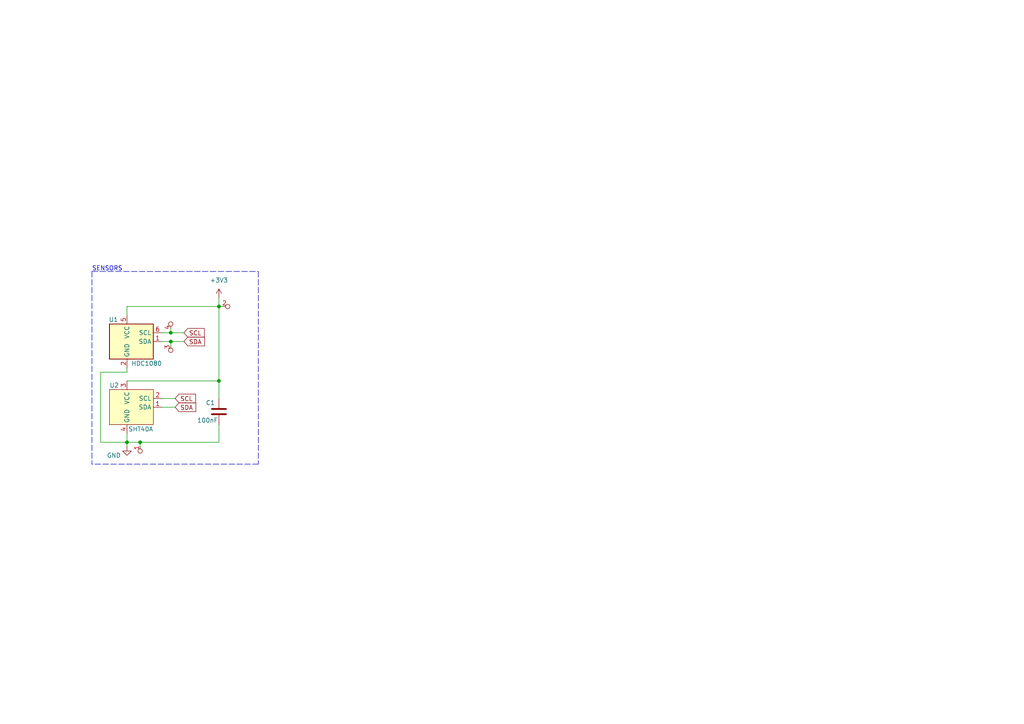
<source format=kicad_sch>
(kicad_sch (version 20211123) (generator eeschema)
  (paper "A4")
  (lib_symbols
    (symbol "Device:C" (pin_numbers hide) (pin_names (offset 0.254))
      (property "Reference" "C" (at 0.635 2.54 0))
      (property "Value" "C" (at 0.635 -2.54 0))
      (symbol "C_0_1"
        (polyline (pts (xy -2.032 -0.762) (xy 2.032 -0.762)) (stroke (width 0.508)))
        (polyline (pts (xy -2.032 0.762) (xy 2.032 0.762)) (stroke (width 0.508)))
      )
      (symbol "C_1_1"
        (pin passive line (at 0 3.81 270) (length 2.794) (name "~") (number "1"))
        (pin passive line (at 0 -3.81 90) (length 2.794) (name "~") (number "2"))
      )
    )
    (symbol "Sensor_Humidity:HDC1080"
      (property "Reference" "U" (at -6.35 6.35 0))
      (property "Value" "HDC1080" (at 3.81 6.35 0))
      (symbol "HDC1080_0_1"
        (rectangle (start -7.62 5.08) (end 5.08 -5.08) (stroke (width 0.254)) (fill (type background)))
      )
      (symbol "HDC1080_1_1"
        (pin bidirectional line (at 7.62 0 180) (length 2.54) (name "SDA") (number "1"))
        (pin power_in line (at -2.54 -7.62 90) (length 2.54) (name "GND") (number "2"))
        (pin no_connect line (at -7.62 0 0) (length 2.54) hide (name "NC") (number "3"))
        (pin no_connect line (at -7.62 -2.54 0) (length 2.54) hide (name "NC") (number "4"))
        (pin power_in line (at -2.54 7.62 270) (length 2.54) (name "VCC") (number "5"))
        (pin input line (at 7.62 2.54 180) (length 2.54) (name "SCL") (number "6"))
        (pin no_connect line (at -7.62 2.54 0) (length 2.54) hide (name "DAP") (number "7"))
      )
    )
    (symbol "no_common:SHT4xA"
      (property "Reference" "U" (at -6.35 6.35 0))
      (property "Value" "SHT4xA" (at 6.35 -6.35 0))
      (symbol "SHT4xA_0_1"
        (rectangle (start -6.35 5.08) (end 6.35 -5.08) (fill (type background)))
      )
      (symbol "SHT4xA_1_1"
        (pin input line (at 8.89 0 180) (length 2.54) (name "SDA") (number "1"))
        (pin input line (at 8.89 2.54 180) (length 2.54) (name "SCL") (number "2"))
        (pin input line (at -1.27 7.62 270) (length 2.54) (name "VCC") (number "3"))
        (pin input line (at -1.27 -7.62 90) (length 2.54) (name "GND") (number "4"))
      )
    )
    (symbol "no_pinhd:PINHD_1X04"
      (property "Reference" "JP" (at 1.27 0 0))
      (symbol "PINHD_1X04_0_1"
        (circle (center 0 0) (radius 0.635))
      )
      (symbol "PINHD_1X04_1_1"
        (pin input line (at -1.27 0 0) (length 0.635) (name "") (number "1"))
      )
      (symbol "PINHD_1X04_2_1"
        (pin input line (at -1.27 0 0) (length 0.635) (name "") (number "2"))
      )
      (symbol "PINHD_1X04_3_1"
        (pin input line (at -1.27 0 0) (length 0.635) (name "") (number "3"))
      )
      (symbol "PINHD_1X04_4_1"
        (pin input line (at -1.27 0 0) (length 0.635) (name "") (number "4"))
      )
    )
    (symbol "power:+3V3" (power) (pin_names (offset 0))
      (property "Value" "+3V3" (at 0 3.556 0))
      (symbol "+3V3_0_1"
        (polyline (pts (xy -0.762 1.27) (xy 0 2.54)))
        (polyline (pts (xy 0 0) (xy 0 2.54)))
        (polyline (pts (xy 0 2.54) (xy 0.762 1.27)))
      )
      (symbol "+3V3_1_1"
        (pin power_in line (at 0 0 90) (length 0) hide (name "+3V3") (number "1"))
      )
    )
    (symbol "power:GND" (power) (pin_names (offset 0))
      (property "Value" "GND" (at 0 -3.81 0))
      (symbol "GND_0_1"
        (polyline (pts (xy 0 0) (xy 0 -1.27) (xy 1.27 -1.27) (xy 0 -2.54) (xy -1.27 -1.27) (xy 0 -1.27)))
      )
      (symbol "GND_1_1"
        (pin power_in line (at 0 0 270) (length 0) hide (name "GND") (number "1"))
      )
    )
  )
  (junction (at 40.64 128.27))
  (junction (at 49.53 96.52))
  (junction (at 36.83 128.27))
  (junction (at 63.5 88.9))
  (junction (at 49.53 99.06))
  (junction (at 63.5 110.49))
  (wire (pts (xy 36.83 129.54) (xy 36.83 128.27)))
  (wire (pts (xy 40.64 128.27) (xy 40.64 129.54)))
  (wire (pts (xy 63.5 110.49) (xy 63.5 88.9)))
  (wire (pts (xy 46.99 115.57) (xy 50.8 115.57)))
  (wire (pts (xy 63.5 110.49) (xy 63.5 115.57)))
  (wire (pts (xy 36.83 125.73) (xy 36.83 128.27)))
  (wire (pts (xy 49.53 95.25) (xy 49.53 96.52)))
  (wire (pts (xy 36.83 88.9) (xy 63.5 88.9)))
  (wire (pts (xy 63.5 88.9) (xy 64.77 88.9)))
  (polyline (pts (xy 74.93 78.74) (xy 74.93 134.62)))
  (wire (pts (xy 29.21 128.27) (xy 36.83 128.27)))
  (polyline (pts (xy 26.67 78.74) (xy 26.67 134.62)))
  (wire (pts (xy 29.21 107.95) (xy 36.83 107.95)))
  (wire (pts (xy 46.99 99.06) (xy 49.53 99.06)))
  (polyline (pts (xy 26.67 78.74) (xy 74.93 78.74)))
  (wire (pts (xy 63.5 128.27) (xy 63.5 123.19)))
  (wire (pts (xy 49.53 96.52) (xy 53.34 96.52)))
  (wire (pts (xy 46.99 118.11) (xy 50.8 118.11)))
  (wire (pts (xy 36.83 91.44) (xy 36.83 88.9)))
  (wire (pts (xy 46.99 96.52) (xy 49.53 96.52)))
  (wire (pts (xy 36.83 128.27) (xy 40.64 128.27)))
  (wire (pts (xy 49.53 99.06) (xy 53.34 99.06)))
  (wire (pts (xy 40.64 128.27) (xy 63.5 128.27)))
  (wire (pts (xy 63.5 86.36) (xy 63.5 88.9)))
  (wire (pts (xy 49.53 99.06) (xy 49.53 100.33)))
  (polyline (pts (xy 74.93 134.62) (xy 26.67 134.62)))
  (wire (pts (xy 29.21 107.95) (xy 29.21 128.27)))
  (wire (pts (xy 36.83 110.49) (xy 63.5 110.49)))
  (wire (pts (xy 36.83 106.68) (xy 36.83 107.95)))
  (text "SENSORS" (at 26.67 78.74 0) (effects (font (size 1.27 1.27)) (justify left bottom)))
  (global_label "SCL" (shape input) (at 53.34 96.52 0) (property "Referenzen zwischen Schaltplänen" "${INTERSHEET_REFS}" (effects hide)))
  (global_label "SDA" (shape input) (at 53.34 99.06 0) (property "Referenzen zwischen Schaltplänen" "${INTERSHEET_REFS}" (effects hide)))
  (global_label "SDA" (shape input) (at 50.8 118.11 0) (property "Referenzen zwischen Schaltplänen" "${INTERSHEET_REFS}" (effects hide)))
  (global_label "SCL" (shape input) (at 50.8 115.57 0) (property "Referenzen zwischen Schaltplänen" "${INTERSHEET_REFS}" (effects hide)))
  (symbol (lib_id "Sensor_Humidity:HDC1080") (at 39.37 99.06 0) (unit 1)
    (property "Reference" "U1" (at 34.29 92.71 0) (effects (justify right)))
    (property "Value" "HDC1080" (at 46.99 105.41 0) (effects (justify right)))
    (property "Footprint" "Package_SON:Texas_PWSON-N6" (effects hide))
    (property "Datasheet" "http://www.ti.com/lit/ds/symlink/hdc1080.pdf" (effects hide))
  )
  (symbol (lib_id "power:GND") (at 36.83 129.54 0) (unit 1)
    (property "Reference" "#PWR01" (effects hide))
    (property "Value" "GND" (at 33.02 132.08 0))
  )
  (symbol (lib_id "no_pinhd:PINHD_1X04") (at 49.53 101.6 270) (unit 3)
    (property "Reference" "JP1" (at 50.8 101.5999 90) (effects (justify left)))
    (property "Value" "PINHD_1X04" (effects hide))
    (property "Footprint" "no_pinhd:PINHD_1X04_2.54_1mm_Round" (effects hide))
    (property "Reference" "JP1" (effects hide))
    (property "Value" "PINHD_1X04" (effects hide))
    (property "Desc" "RHT-CONN" (effects hide))
  )
  (symbol (lib_id "no_pinhd:PINHD_1X04") (at 40.64 130.81 270) (unit 1)
    (property "Reference" "JP1" (at 41.91 130.8099 90) (effects (justify left)))
    (property "Value" "PINHD_1X04" (effects hide))
    (property "Footprint" "no_pinhd:PINHD_1X04_2.54_1mm_Round" (effects hide))
    (property "Reference" "JP1" (effects hide))
    (property "Value" "PINHD_1X04" (effects hide))
    (property "Desc" "RHT-CONN" (effects hide))
  )
  (symbol (lib_id "no_pinhd:PINHD_1X04") (at 49.53 93.98 90) (unit 4)
    (property "Reference" "JP1" (at 50.8 93.9799 90) (effects (justify right)))
    (property "Value" "PINHD_1X04" (effects hide))
    (property "Footprint" "no_pinhd:PINHD_1X04_2.54_1mm_Round" (effects hide))
    (property "Reference" "JP1" (effects hide))
    (property "Value" "PINHD_1X04" (effects hide))
    (property "Desc" "RHT-CONN" (effects hide))
  )
  (symbol (lib_id "power:+3V3") (at 63.5 86.36 0) (unit 1)
    (property "Reference" "#PWR02" (effects hide))
    (property "Value" "+3V3" (at 63.5 81.28 0))
  )
  (symbol (lib_id "Device:C") (at 63.5 119.38 0) (unit 1)
    (property "Reference" "C1" (at 59.69 116.84 0) (effects (justify left)))
    (property "Value" "100nF" (at 57.15 121.92 0) (effects (justify left)))
    (property "Footprint" "no_common:C_0805_2012Metric" (effects hide))
    (property "Reference" "C1" (effects hide))
    (property "Value" "100nF" (effects hide))
    (property "Storage" "MAG4" (effects hide))
  )
  (symbol (lib_id "no_common:SHT4xA") (at 38.1 118.11 0) (unit 1)
    (property "Reference" "U2" (at 31.75 111.76 0) (effects (justify left)))
    (property "Value" "SHT40A" (at 44.45 124.46 0) (effects (justify right)))
    (property "Footprint" "no_common:SHT4xA" (effects hide))
  )
  (symbol (lib_id "no_pinhd:PINHD_1X04") (at 66.04 88.9 0) (unit 2)
    (property "Reference" "JP1" (at 67.31 88.8999 0) (effects (justify left)))
    (property "Value" "PINHD_1X04" (effects hide))
    (property "Footprint" "no_pinhd:PINHD_1X04_2.54_1mm_Round" (effects hide))
    (property "Reference" "JP1" (effects hide))
    (property "Value" "PINHD_1X04" (effects hide))
    (property "Desc" "RHT-CONN" (effects hide))
  )
)
</source>
